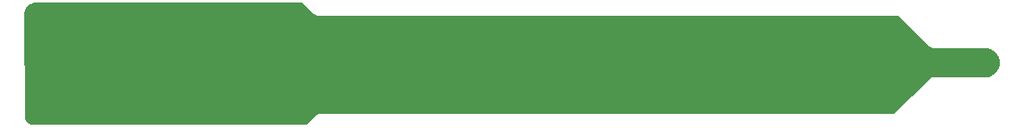
<source format=gbl>
%TF.GenerationSoftware,Altium Limited,Altium Designer,23.5.1 (21)*%
G04 Layer_Physical_Order=2*
G04 Layer_Color=16711680*
%FSLAX45Y45*%
%MOMM*%
%TF.SameCoordinates,559C649B-2B64-4ED9-80DE-08B0DC2EE5C3*%
%TF.FilePolarity,Positive*%
%TF.FileFunction,Copper,L2,Bot,Signal*%
%TF.Part,Single*%
G01*
G75*
%TA.AperFunction,ConnectorPad*%
%ADD10R,3.50000X1.50000*%
%TA.AperFunction,ViaPad*%
%ADD12C,0.70000*%
G36*
X8668831Y9336297D02*
X8685502Y9325157D01*
X8705167Y9321246D01*
X8711517Y9322509D01*
X8717867Y9321246D01*
X14596388D01*
X14910252Y9007381D01*
X14926924Y8996242D01*
X14946590Y8992330D01*
X15463693D01*
X15476370Y8992329D01*
X15488745Y8991545D01*
X15505447Y8989900D01*
X15533408Y8981419D01*
X15559177Y8967645D01*
X15581763Y8949109D01*
X15600298Y8926523D01*
X15614072Y8900755D01*
X15622554Y8872794D01*
X15625418Y8843716D01*
X15622554Y8814638D01*
X15614072Y8786678D01*
X15600298Y8760910D01*
X15581763Y8738324D01*
X15559177Y8719787D01*
X15533408Y8706014D01*
X15505447Y8697532D01*
X15479025Y8694930D01*
X15476370Y8695458D01*
X14946590D01*
X14926924Y8691546D01*
X14910252Y8680407D01*
X14909537Y8679336D01*
X14732133Y8501933D01*
X14721065Y8494536D01*
X14545615Y8319087D01*
X8724900D01*
X8705235Y8315176D01*
X8688564Y8304036D01*
X8593115Y8208587D01*
X6818626D01*
X5843750Y8209358D01*
X5843708Y8209350D01*
X5831009Y8209358D01*
D01*
X5818881Y8210477D01*
X5808019Y8211907D01*
X5786595Y8220781D01*
X5768199Y8234898D01*
X5754083Y8253294D01*
X5745209Y8274718D01*
X5743779Y8285579D01*
X5742660Y8297708D01*
D01*
X5742602Y8310384D01*
X5742658Y8310669D01*
X5737553Y9319717D01*
X5737551Y9320160D01*
X5737551Y9320210D01*
X5737520Y9326487D01*
X5737428Y9332381D01*
X5737428D01*
X5735730Y9345277D01*
X5739450Y9373538D01*
X5750358Y9399872D01*
X5767711Y9422486D01*
X5790325Y9439839D01*
X5816659Y9450747D01*
X5831323Y9452677D01*
X8552451D01*
X8668831Y9336297D01*
D02*
G37*
D10*
X6019800Y8573716D02*
D03*
Y9113716D02*
D03*
D12*
X8863742Y9262817D02*
D03*
X6272948Y8941363D02*
D03*
X6428734D02*
D03*
X6740307D02*
D03*
X6584520D02*
D03*
X6896093D02*
D03*
X7519238D02*
D03*
X7051879D02*
D03*
X7363452D02*
D03*
X7207666D02*
D03*
X7986597D02*
D03*
X7830811D02*
D03*
X8142384D02*
D03*
X7675025D02*
D03*
X14062263D02*
D03*
X14218051D02*
D03*
X14373837D02*
D03*
X13750693D02*
D03*
X13594905D02*
D03*
X13906477D02*
D03*
X12971761D02*
D03*
X12660187D02*
D03*
X12815974D02*
D03*
X13439119D02*
D03*
X13283333D02*
D03*
X13127547D02*
D03*
X12037042D02*
D03*
X11725469D02*
D03*
X11881256D02*
D03*
X12504401D02*
D03*
X12348615D02*
D03*
X12192828D02*
D03*
X11102324D02*
D03*
X10790751D02*
D03*
X10946538D02*
D03*
X11569683D02*
D03*
X11413897D02*
D03*
X11258110D02*
D03*
X10167606D02*
D03*
X9856033D02*
D03*
X10011820D02*
D03*
X10634965D02*
D03*
X10479179D02*
D03*
X10323392D02*
D03*
X9232888D02*
D03*
X8921315D02*
D03*
X9077102D02*
D03*
X9700247D02*
D03*
X9544461D02*
D03*
X9388674D02*
D03*
X8298170D02*
D03*
X8765529D02*
D03*
X8609743D02*
D03*
X8453956D02*
D03*
Y8737037D02*
D03*
X8609743D02*
D03*
X8765529D02*
D03*
X8298170D02*
D03*
X9388674D02*
D03*
X9544461D02*
D03*
X9700247D02*
D03*
X9077102D02*
D03*
X8921315D02*
D03*
X9232888D02*
D03*
X10323392D02*
D03*
X10479179D02*
D03*
X10634965D02*
D03*
X10011820D02*
D03*
X9856033D02*
D03*
X10167606D02*
D03*
X11258110D02*
D03*
X11413897D02*
D03*
X11569683D02*
D03*
X10946538D02*
D03*
X10790751D02*
D03*
X11102324D02*
D03*
X12192828D02*
D03*
X12348615D02*
D03*
X12504401D02*
D03*
X11881256D02*
D03*
X11725469D02*
D03*
X12037042D02*
D03*
X13127547D02*
D03*
X13283333D02*
D03*
X13439119D02*
D03*
X12815974D02*
D03*
X12660187D02*
D03*
X12971761D02*
D03*
X13906477D02*
D03*
X13594905D02*
D03*
X13750693D02*
D03*
X14373837D02*
D03*
X14218051D02*
D03*
X14062263D02*
D03*
X8375216Y8254437D02*
D03*
X8063644D02*
D03*
X8219430D02*
D03*
X8534400Y8255000D02*
D03*
X7907857Y8254437D02*
D03*
X14004691Y8373817D02*
D03*
X13848904D02*
D03*
X14316264D02*
D03*
X14160477D02*
D03*
X13693118D02*
D03*
X12758400D02*
D03*
X13225758D02*
D03*
X13381546D02*
D03*
X12914188D02*
D03*
X13069974D02*
D03*
X13537332D02*
D03*
X11823682D02*
D03*
X12291041D02*
D03*
X12446828D02*
D03*
X11979469D02*
D03*
X12135255D02*
D03*
X12602614D02*
D03*
X11356323D02*
D03*
X11512110D02*
D03*
X11044751D02*
D03*
X11200537D02*
D03*
X11667896D02*
D03*
X10888965D02*
D03*
X9954247D02*
D03*
X10421606D02*
D03*
X10577392D02*
D03*
X10110033D02*
D03*
X10265819D02*
D03*
X10733178D02*
D03*
X9486888D02*
D03*
X9642674D02*
D03*
X9175315D02*
D03*
X9331101D02*
D03*
X9798460D02*
D03*
X9019529D02*
D03*
X8863742D02*
D03*
X8699500Y8369300D02*
D03*
X8375216Y9382197D02*
D03*
X8063644D02*
D03*
X8219430D02*
D03*
X8547100Y9372600D02*
D03*
X7907857Y9382197D02*
D03*
X14004691Y9262817D02*
D03*
X13848904D02*
D03*
X14316264D02*
D03*
X14160477D02*
D03*
X13693118D02*
D03*
X12758400D02*
D03*
X13225758D02*
D03*
X13381546D02*
D03*
X12914188D02*
D03*
X13069974D02*
D03*
X13537332D02*
D03*
X11823682D02*
D03*
X12291041D02*
D03*
X12446828D02*
D03*
X11979469D02*
D03*
X12135255D02*
D03*
X12602614D02*
D03*
X11356323D02*
D03*
X11512110D02*
D03*
X11044751D02*
D03*
X11200537D02*
D03*
X11667896D02*
D03*
X10888965D02*
D03*
X9954247D02*
D03*
X10421606D02*
D03*
X10577392D02*
D03*
X10110033D02*
D03*
X10265819D02*
D03*
X10733178D02*
D03*
X9486888D02*
D03*
X9642674D02*
D03*
X9175315D02*
D03*
X9331101D02*
D03*
X9798460D02*
D03*
X9019529D02*
D03*
X8699500Y9271000D02*
D03*
X5777631Y8487271D02*
D03*
Y8331484D02*
D03*
Y9305151D02*
D03*
Y9149364D02*
D03*
X5882636Y8254438D02*
D03*
X6038423D02*
D03*
Y9382198D02*
D03*
X5882636D02*
D03*
X6194209D02*
D03*
X6973141D02*
D03*
X6505782D02*
D03*
X6349995D02*
D03*
X6817354D02*
D03*
X6661568D02*
D03*
X7284713D02*
D03*
X7128927D02*
D03*
X6194209Y8254438D02*
D03*
X6973141D02*
D03*
X6505782D02*
D03*
X6349995D02*
D03*
X6817354D02*
D03*
X6661568D02*
D03*
X7284713D02*
D03*
X7128927D02*
D03*
X7752072D02*
D03*
X7596286D02*
D03*
X7907859D02*
D03*
X7440500D02*
D03*
X7752072Y9382198D02*
D03*
X7596286D02*
D03*
X7907859D02*
D03*
X7440500D02*
D03*
X7675025Y8737037D02*
D03*
X8142384D02*
D03*
X7830811D02*
D03*
X7986597D02*
D03*
X7207666D02*
D03*
X7363452D02*
D03*
X7051879D02*
D03*
X7519238D02*
D03*
X6896093D02*
D03*
X6584520D02*
D03*
X6740307D02*
D03*
X6428734D02*
D03*
X6272948D02*
D03*
%TF.MD5,1357456c2c260c320ce708dca38986cb*%
M02*

</source>
